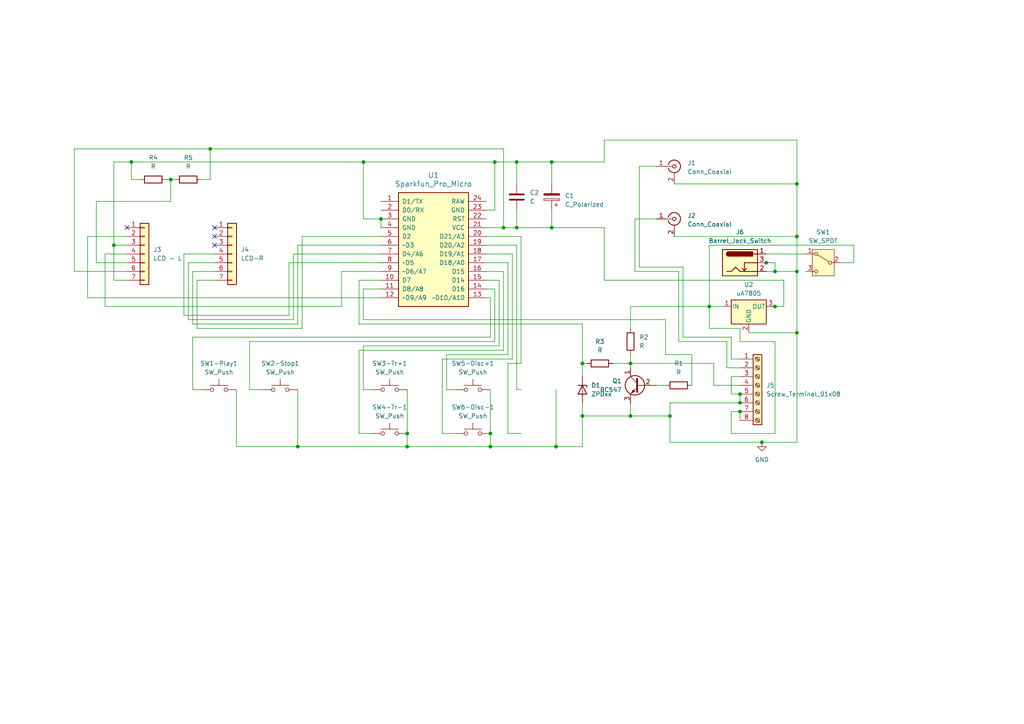
<source format=kicad_sch>
(kicad_sch (version 20231120) (generator "eeschema") (generator_version "8.0")
  (paper "A4")
  (lib_symbols
    (symbol "Arduino:Sparkfun_Pro_Micro" (pin_names (offset 1.016))
      (property "Reference" "U" (at -8.89 21.59 0))
      (property "Value" "Sparkfun_Pro_Micro" (at 0 19.05 0))
      (symbol "Sparkfun_Pro_Micro_0_1"
        (rectangle (start -10.16 17.78) (end 10.16 -15.24) (stroke (width 0.254)) (fill (type background)))
      )
      (symbol "Sparkfun_Pro_Micro_1_1"
        (pin bidirectional line (at -15.24 15.24 0) (length 5.08) (name "D1/TX") (number "1"))
        (pin bidirectional line (at -15.24 -7.62 0) (length 5.08) (name "D7") (number "10"))
        (pin bidirectional line (at -15.24 -10.16 0) (length 5.08) (name "D8/A8") (number "11"))
        (pin bidirectional line (at -15.24 -12.7 0) (length 5.08) (name "~D9/A9") (number "12"))
        (pin bidirectional line (at 15.24 -12.7 180) (length 5.08) (name "~D10/A10") (number "13"))
        (pin bidirectional line (at 15.24 -10.16 180) (length 5.08) (name "D16") (number "14"))
        (pin bidirectional line (at 15.24 -7.62 180) (length 5.08) (name "D14") (number "15"))
        (pin bidirectional line (at 15.24 -5.08 180) (length 5.08) (name "D15") (number "16"))
        (pin bidirectional line (at 15.24 -2.54 180) (length 5.08) (name "D18/A0") (number "17"))
        (pin bidirectional line (at 15.24 0 180) (length 5.08) (name "D19/A1") (number "18"))
        (pin bidirectional line (at 15.24 2.54 180) (length 5.08) (name "D20/A2") (number "19"))
        (pin bidirectional line (at -15.24 12.7 0) (length 5.08) (name "D0/RX") (number "2"))
        (pin bidirectional line (at 15.24 5.08 180) (length 5.08) (name "D21/A3") (number "20"))
        (pin power_in line (at 15.24 7.62 180) (length 5.08) (name "VCC") (number "21"))
        (pin input line (at 15.24 10.16 180) (length 5.08) (name "RST") (number "22"))
        (pin power_in line (at 15.24 12.7 180) (length 5.08) (name "GND") (number "23"))
        (pin power_in line (at 15.24 15.24 180) (length 5.08) (name "RAW") (number "24"))
        (pin power_in line (at -15.24 10.16 0) (length 5.08) (name "GND") (number "3"))
        (pin power_in line (at -15.24 7.62 0) (length 5.08) (name "GND") (number "4"))
        (pin bidirectional line (at -15.24 5.08 0) (length 5.08) (name "D2") (number "5"))
        (pin bidirectional line (at -15.24 2.54 0) (length 5.08) (name "~D3") (number "6"))
        (pin bidirectional line (at -15.24 0 0) (length 5.08) (name "D4/A6") (number "7"))
        (pin bidirectional line (at -15.24 -2.54 0) (length 5.08) (name "~D5") (number "8"))
        (pin bidirectional line (at -15.24 -5.08 0) (length 5.08) (name "~D6/A7") (number "9"))
      )
    )
    (symbol "Connector:Barrel_Jack_Switch" (pin_names hide)
      (property "Reference" "J" (at 0 5.334 0))
      (property "Value" "Barrel_Jack_Switch" (at 0 -5.08 0))
      (symbol "Barrel_Jack_Switch_0_1"
        (rectangle (start -5.08 3.81) (end 5.08 -3.81) (stroke (width 0.254)) (fill (type background)))
        (arc (start -3.302 3.175) (mid -3.9343 2.54) (end -3.302 1.905) (stroke (width 0.254)))
        (arc (start -3.302 3.175) (mid -3.9343 2.54) (end -3.302 1.905) (stroke (width 0.254)) (fill (type outline)))
        (polyline (pts (xy 1.27 -2.286) (xy 1.905 -1.651)) (stroke (width 0.254)))
        (polyline (pts (xy 5.08 2.54) (xy 3.81 2.54)) (stroke (width 0.254)))
        (polyline (pts (xy 5.08 0) (xy 1.27 0) (xy 1.27 -2.286) (xy 0.635 -1.651)) (stroke (width 0.254)))
        (polyline (pts (xy -3.81 -2.54) (xy -2.54 -2.54) (xy -1.27 -1.27) (xy 0 -2.54) (xy 2.54 -2.54) (xy 5.08 -2.54)) (stroke (width 0.254)))
        (rectangle (start 3.683 3.175) (end -3.302 1.905) (stroke (width 0.254)) (fill (type outline)))
      )
      (symbol "Barrel_Jack_Switch_1_1"
        (pin passive line (at 7.62 2.54 180) (length 2.54) (name "~") (number "1"))
        (pin passive line (at 7.62 -2.54 180) (length 2.54) (name "~") (number "2"))
        (pin passive line (at 7.62 0 180) (length 2.54) (name "~") (number "3"))
      )
    )
    (symbol "Connector:Conn_Coaxial" (pin_names (offset 1.016) hide)
      (property "Reference" "J" (at 0.254 3.048 0))
      (property "Value" "Conn_Coaxial" (at 2.921 0 90))
      (symbol "Conn_Coaxial_0_1"
        (arc (start -1.778 -0.508) (mid 0.2311 -1.8066) (end 1.778 0) (stroke (width 0.254)))
        (polyline (pts (xy -2.54 0) (xy -0.508 0)))
        (polyline (pts (xy 0 -2.54) (xy 0 -1.778)))
        (circle (center 0 0) (radius 0.508) (stroke (width 0.2032)))
        (arc (start 1.778 0) (mid 0.2099 1.8101) (end -1.778 0.508) (stroke (width 0.254)))
      )
      (symbol "Conn_Coaxial_1_1"
        (pin passive line (at -5.08 0 0) (length 2.54) (name "In") (number "1"))
        (pin passive line (at 0 -5.08 90) (length 2.54) (name "Ext") (number "2"))
      )
    )
    (symbol "Connector:Screw_Terminal_01x08" (pin_names (offset 1.016) hide)
      (property "Reference" "J" (at 0 10.16 0))
      (property "Value" "Screw_Terminal_01x08" (at 0 -12.7 0))
      (symbol "Screw_Terminal_01x08_1_1"
        (rectangle (start -1.27 8.89) (end 1.27 -11.43) (stroke (width 0.254)) (fill (type background)))
        (circle (center 0 -10.16) (radius 0.635) (stroke (width 0.1524)))
        (circle (center 0 -7.62) (radius 0.635) (stroke (width 0.1524)))
        (circle (center 0 -5.08) (radius 0.635) (stroke (width 0.1524)))
        (circle (center 0 -2.54) (radius 0.635) (stroke (width 0.1524)))
        (polyline (pts (xy -0.5334 -9.8298) (xy 0.3302 -10.668)) (stroke (width 0.1524)))
        (polyline (pts (xy -0.5334 -7.2898) (xy 0.3302 -8.128)) (stroke (width 0.1524)))
        (polyline (pts (xy -0.5334 -4.7498) (xy 0.3302 -5.588)) (stroke (width 0.1524)))
        (polyline (pts (xy -0.5334 -2.2098) (xy 0.3302 -3.048)) (stroke (width 0.1524)))
        (polyline (pts (xy -0.5334 0.3302) (xy 0.3302 -0.508)) (stroke (width 0.1524)))
        (polyline (pts (xy -0.5334 2.8702) (xy 0.3302 2.032)) (stroke (width 0.1524)))
        (polyline (pts (xy -0.5334 5.4102) (xy 0.3302 4.572)) (stroke (width 0.1524)))
        (polyline (pts (xy -0.5334 7.9502) (xy 0.3302 7.112)) (stroke (width 0.1524)))
        (polyline (pts (xy -0.3556 -9.652) (xy 0.508 -10.4902)) (stroke (width 0.1524)))
        (polyline (pts (xy -0.3556 -7.112) (xy 0.508 -7.9502)) (stroke (width 0.1524)))
        (polyline (pts (xy -0.3556 -4.572) (xy 0.508 -5.4102)) (stroke (width 0.1524)))
        (polyline (pts (xy -0.3556 -2.032) (xy 0.508 -2.8702)) (stroke (width 0.1524)))
        (polyline (pts (xy -0.3556 0.508) (xy 0.508 -0.3302)) (stroke (width 0.1524)))
        (polyline (pts (xy -0.3556 3.048) (xy 0.508 2.2098)) (stroke (width 0.1524)))
        (polyline (pts (xy -0.3556 5.588) (xy 0.508 4.7498)) (stroke (width 0.1524)))
        (polyline (pts (xy -0.3556 8.128) (xy 0.508 7.2898)) (stroke (width 0.1524)))
        (circle (center 0 0) (radius 0.635) (stroke (width 0.1524)))
        (circle (center 0 2.54) (radius 0.635) (stroke (width 0.1524)))
        (circle (center 0 5.08) (radius 0.635) (stroke (width 0.1524)))
        (circle (center 0 7.62) (radius 0.635) (stroke (width 0.1524)))
        (pin passive line (at -5.08 7.62 0) (length 3.81) (name "Pin_1") (number "1"))
        (pin passive line (at -5.08 5.08 0) (length 3.81) (name "Pin_2") (number "2"))
        (pin passive line (at -5.08 2.54 0) (length 3.81) (name "Pin_3") (number "3"))
        (pin passive line (at -5.08 0 0) (length 3.81) (name "Pin_4") (number "4"))
        (pin passive line (at -5.08 -2.54 0) (length 3.81) (name "Pin_5") (number "5"))
        (pin passive line (at -5.08 -5.08 0) (length 3.81) (name "Pin_6") (number "6"))
        (pin passive line (at -5.08 -7.62 0) (length 3.81) (name "Pin_7") (number "7"))
        (pin passive line (at -5.08 -10.16 0) (length 3.81) (name "Pin_8") (number "8"))
      )
    )
    (symbol "Connector_Generic:Conn_01x07" (pin_names (offset 1.016) hide)
      (property "Reference" "J" (at 0 10.16 0))
      (property "Value" "Conn_01x07" (at 0 -10.16 0))
      (symbol "Conn_01x07_1_1"
        (rectangle (start -1.27 -7.493) (end 0 -7.747) (stroke (width 0.1524)))
        (rectangle (start -1.27 -4.953) (end 0 -5.207) (stroke (width 0.1524)))
        (rectangle (start -1.27 -2.413) (end 0 -2.667) (stroke (width 0.1524)))
        (rectangle (start -1.27 0.127) (end 0 -0.127) (stroke (width 0.1524)))
        (rectangle (start -1.27 2.667) (end 0 2.413) (stroke (width 0.1524)))
        (rectangle (start -1.27 5.207) (end 0 4.953) (stroke (width 0.1524)))
        (rectangle (start -1.27 7.747) (end 0 7.493) (stroke (width 0.1524)))
        (rectangle (start -1.27 8.89) (end 1.27 -8.89) (stroke (width 0.254)) (fill (type background)))
        (pin passive line (at -5.08 7.62 0) (length 3.81) (name "Pin_1") (number "1"))
        (pin passive line (at -5.08 5.08 0) (length 3.81) (name "Pin_2") (number "2"))
        (pin passive line (at -5.08 2.54 0) (length 3.81) (name "Pin_3") (number "3"))
        (pin passive line (at -5.08 0 0) (length 3.81) (name "Pin_4") (number "4"))
        (pin passive line (at -5.08 -2.54 0) (length 3.81) (name "Pin_5") (number "5"))
        (pin passive line (at -5.08 -5.08 0) (length 3.81) (name "Pin_6") (number "6"))
        (pin passive line (at -5.08 -7.62 0) (length 3.81) (name "Pin_7") (number "7"))
      )
    )
    (symbol "Device:C" (pin_numbers hide) (pin_names (offset 0.254))
      (property "Reference" "C" (at 0.635 2.54 0))
      (property "Value" "C" (at 0.635 -2.54 0))
      (symbol "C_0_1"
        (polyline (pts (xy -2.032 -0.762) (xy 2.032 -0.762)) (stroke (width 0.508)))
        (polyline (pts (xy -2.032 0.762) (xy 2.032 0.762)) (stroke (width 0.508)))
      )
      (symbol "C_1_1"
        (pin passive line (at 0 3.81 270) (length 2.794) (name "~") (number "1"))
        (pin passive line (at 0 -3.81 90) (length 2.794) (name "~") (number "2"))
      )
    )
    (symbol "Device:C_Polarized" (pin_numbers hide) (pin_names (offset 0.254))
      (property "Reference" "C" (at 0.635 2.54 0))
      (property "Value" "C_Polarized" (at 0.635 -2.54 0))
      (symbol "C_Polarized_0_1"
        (rectangle (start -2.286 0.508) (end 2.286 1.016))
        (polyline (pts (xy -1.778 2.286) (xy -0.762 2.286)))
        (polyline (pts (xy -1.27 2.794) (xy -1.27 1.778)))
        (rectangle (start 2.286 -0.508) (end -2.286 -1.016) (fill (type outline)))
      )
      (symbol "C_Polarized_1_1"
        (pin passive line (at 0 3.81 270) (length 2.794) (name "~") (number "1"))
        (pin passive line (at 0 -3.81 90) (length 2.794) (name "~") (number "2"))
      )
    )
    (symbol "Device:R" (pin_numbers hide) (pin_names (offset 0))
      (property "Reference" "R" (at 2.032 0 90))
      (property "Value" "R" (at 0 0 90))
      (symbol "R_0_1"
        (rectangle (start -1.016 -2.54) (end 1.016 2.54) (stroke (width 0.254)))
      )
      (symbol "R_1_1"
        (pin passive line (at 0 3.81 270) (length 1.27) (name "~") (number "1"))
        (pin passive line (at 0 -3.81 90) (length 1.27) (name "~") (number "2"))
      )
    )
    (symbol "Diode:ZPDxx" (pin_numbers hide) (pin_names hide)
      (property "Reference" "D" (at 0 2.54 0))
      (property "Value" "ZPDxx" (at 0 -2.54 0))
      (symbol "ZPDxx_0_1"
        (polyline (pts (xy 1.27 0) (xy -1.27 0)))
        (polyline (pts (xy -1.27 -1.27) (xy -1.27 1.27) (xy -0.762 1.27)) (stroke (width 0.254)))
        (polyline (pts (xy 1.27 -1.27) (xy 1.27 1.27) (xy -1.27 0) (xy 1.27 -1.27)) (stroke (width 0.254)))
      )
      (symbol "ZPDxx_1_1"
        (pin passive line (at -3.81 0 0) (length 2.54) (name "K") (number "1"))
        (pin passive line (at 3.81 0 180) (length 2.54) (name "A") (number "2"))
      )
    )
    (symbol "Regulator_Linear:uA7805" (pin_names (offset 0.254))
      (property "Reference" "U" (at -3.81 3.175 0))
      (property "Value" "uA7805" (at 0 3.175 0))
      (symbol "uA7805_0_1"
        (rectangle (start -5.08 1.905) (end 5.08 -5.08) (stroke (width 0.254)) (fill (type background)))
      )
      (symbol "uA7805_1_1"
        (pin power_in line (at -7.62 0 0) (length 2.54) (name "IN") (number "1"))
        (pin power_in line (at 0 -7.62 90) (length 2.54) (name "GND") (number "2"))
        (pin power_out line (at 7.62 0 180) (length 2.54) (name "OUT") (number "3"))
      )
    )
    (symbol "Switch:SW_Push" (pin_numbers hide) (pin_names (offset 1.016) hide)
      (property "Reference" "SW" (at 1.27 2.54 0))
      (property "Value" "SW_Push" (at 0 -1.524 0))
      (symbol "SW_Push_0_1"
        (circle (center -2.032 0) (radius 0.508))
        (polyline (pts (xy 0 1.27) (xy 0 3.048)))
        (polyline (pts (xy 2.54 1.27) (xy -2.54 1.27)))
        (circle (center 2.032 0) (radius 0.508))
        (pin passive line (at -5.08 0 0) (length 2.54) (name "1") (number "1"))
        (pin passive line (at 5.08 0 180) (length 2.54) (name "2") (number "2"))
      )
    )
    (symbol "Switch:SW_SPDT" (pin_names (offset 0) hide)
      (property "Reference" "SW" (at 0 5.08 0))
      (property "Value" "SW_SPDT" (at 0 -5.08 0))
      (symbol "SW_SPDT_0_1"
        (circle (center -2.032 0) (radius 0.4572))
        (polyline (pts (xy -1.651 0.254) (xy 1.651 2.286)))
        (circle (center 2.032 -2.54) (radius 0.4572))
        (circle (center 2.032 2.54) (radius 0.4572))
      )
      (symbol "SW_SPDT_1_1"
        (rectangle (start -3.175 3.81) (end 3.175 -3.81) (fill (type background)))
        (pin passive line (at 5.08 2.54 180) (length 2.54) (name "A") (number "1"))
        (pin passive line (at -5.08 0 0) (length 2.54) (name "B") (number "2"))
        (pin passive line (at 5.08 -2.54 180) (length 2.54) (name "C") (number "3"))
      )
    )
    (symbol "Transistor_BJT:BC547" (pin_names (offset 0) hide)
      (property "Reference" "Q" (at 5.08 1.905 0))
      (property "Value" "BC547" (at 5.08 0 0))
      (symbol "BC547_0_1"
        (polyline (pts (xy 0 0) (xy 0.635 0)))
        (polyline (pts (xy 0.635 0.635) (xy 2.54 2.54)))
        (polyline (pts (xy 0.635 -0.635) (xy 2.54 -2.54) (xy 2.54 -2.54)))
        (polyline (pts (xy 0.635 1.905) (xy 0.635 -1.905) (xy 0.635 -1.905)) (stroke (width 0.508)))
        (polyline (pts (xy 1.27 -1.778) (xy 1.778 -1.27) (xy 2.286 -2.286) (xy 1.27 -1.778) (xy 1.27 -1.778)) (fill (type outline)))
        (circle (center 1.27 0) (radius 2.8194) (stroke (width 0.254)))
      )
      (symbol "BC547_1_1"
        (pin passive line (at 2.54 5.08 270) (length 2.54) (name "C") (number "1"))
        (pin input line (at -5.08 0 0) (length 5.08) (name "B") (number "2"))
        (pin passive line (at 2.54 -5.08 90) (length 2.54) (name "E") (number "3"))
      )
    )
    (symbol "power:GND" (power) (pin_numbers hide) (pin_names (offset 0) hide)
      (property "Value" "GND" (at 0 -3.81 0))
      (symbol "GND_0_1"
        (polyline (pts (xy 0 0) (xy 0 -1.27) (xy 1.27 -1.27) (xy 0 -2.54) (xy -1.27 -1.27) (xy 0 -1.27)))
      )
      (symbol "GND_1_1"
        (pin power_in line (at 0 0 270) (length 0) (name "~") (number "1"))
      )
    )
  )
  (junction (at 149.86 46.99))
  (junction (at 105.41 46.99))
  (junction (at 118.11 125.73))
  (junction (at 205.74 88.9))
  (junction (at 182.88 105.41))
  (junction (at 231.14 96.52))
  (junction (at 149.86 66.04))
  (junction (at 231.14 53.34))
  (junction (at 142.24 125.73))
  (junction (at 49.53 52.07))
  (junction (at 86.36 129.54))
  (junction (at 214.63 119.38))
  (junction (at 160.02 66.04))
  (junction (at 224.79 88.9))
  (junction (at 38.1 46.99))
  (junction (at 60.96 43.18))
  (junction (at 161.29 129.54))
  (junction (at 214.63 116.84))
  (junction (at 194.31 120.65))
  (junction (at 224.79 78.74))
  (junction (at 110.49 63.5))
  (junction (at 214.63 114.3))
  (junction (at 160.02 46.99))
  (junction (at 220.98 128.27))
  (junction (at 222.25 76.2))
  (junction (at 146.05 66.04))
  (junction (at 231.14 68.58))
  (junction (at 231.14 78.74))
  (junction (at 143.51 46.99))
  (junction (at 142.24 129.54))
  (junction (at 168.91 120.65))
  (junction (at 182.88 120.65))
  (junction (at 33.02 71.12))
  (junction (at 168.91 105.41))
  (junction (at 118.11 129.54))
  (no_connect (at 62.23 66.04))
  (no_connect (at 36.83 66.04))
  (no_connect (at 62.23 71.12))
  (no_connect (at 62.23 68.58))
  (wire (pts (xy 33.02 71.12) (xy 36.83 71.12)))
  (wire (pts (xy 222.25 76.2) (xy 224.79 76.2)))
  (wire (pts (xy 86.36 113.03) (xy 86.36 129.54)))
  (wire (pts (xy 148.59 73.66) (xy 140.97 73.66)))
  (wire (pts (xy 182.88 105.41) (xy 207.01 105.41)))
  (wire (pts (xy 128.27 104.14) (xy 148.59 104.14)))
  (wire (pts (xy 118.11 113.03) (xy 118.11 125.73)))
  (wire (pts (xy 194.31 116.84) (xy 194.31 120.65)))
  (wire (pts (xy 243.84 76.2) (xy 247.65 76.2)))
  (wire (pts (xy 85.09 73.66) (xy 110.49 73.66)))
  (wire (pts (xy 33.02 71.12) (xy 33.02 81.28)))
  (wire (pts (xy 170.18 105.41) (xy 168.91 105.41)))
  (wire (pts (xy 60.96 43.18) (xy 60.96 52.07)))
  (wire (pts (xy 223.52 88.9) (xy 224.79 88.9)))
  (wire (pts (xy 33.02 46.99) (xy 33.02 71.12)))
  (wire (pts (xy 129.54 113.03) (xy 129.54 102.87)))
  (wire (pts (xy 140.97 86.36) (xy 142.24 86.36)))
  (wire (pts (xy 99.06 88.9) (xy 99.06 78.74)))
  (wire (pts (xy 132.08 113.03) (xy 129.54 113.03)))
  (wire (pts (xy 55.88 93.98) (xy 55.88 78.74)))
  (wire (pts (xy 128.27 125.73) (xy 128.27 104.14)))
  (wire (pts (xy 168.91 120.65) (xy 168.91 116.84)))
  (wire (pts (xy 105.41 46.99) (xy 143.51 46.99)))
  (wire (pts (xy 185.42 77.47) (xy 185.42 48.26)))
  (wire (pts (xy 149.86 60.96) (xy 149.86 66.04)))
  (wire (pts (xy 110.49 63.5) (xy 110.49 66.04)))
  (wire (pts (xy 55.88 113.03) (xy 58.42 113.03)))
  (wire (pts (xy 27.94 76.2) (xy 36.83 76.2)))
  (wire (pts (xy 25.4 68.58) (xy 25.4 86.36)))
  (wire (pts (xy 38.1 46.99) (xy 38.1 52.07)))
  (wire (pts (xy 160.02 46.99) (xy 160.02 53.34)))
  (wire (pts (xy 53.34 91.44) (xy 53.34 73.66)))
  (wire (pts (xy 27.94 58.42) (xy 27.94 76.2)))
  (wire (pts (xy 110.49 63.5) (xy 105.41 63.5)))
  (wire (pts (xy 210.82 106.68) (xy 214.63 106.68)))
  (wire (pts (xy 105.41 83.82) (xy 105.41 92.71)))
  (wire (pts (xy 105.41 92.71) (xy 193.04 92.71)))
  (wire (pts (xy 222.25 78.74) (xy 224.79 78.74)))
  (wire (pts (xy 193.04 92.71) (xy 193.04 102.87)))
  (wire (pts (xy 68.58 113.03) (xy 68.58 129.54)))
  (wire (pts (xy 182.88 120.65) (xy 168.91 120.65)))
  (wire (pts (xy 231.14 53.34) (xy 231.14 68.58)))
  (wire (pts (xy 54.61 76.2) (xy 62.23 76.2)))
  (wire (pts (xy 168.91 105.41) (xy 168.91 109.22)))
  (wire (pts (xy 48.26 52.07) (xy 49.53 52.07)))
  (wire (pts (xy 36.83 78.74) (xy 21.59 78.74)))
  (wire (pts (xy 207.01 111.76) (xy 214.63 111.76)))
  (wire (pts (xy 147.32 76.2) (xy 140.97 76.2)))
  (wire (pts (xy 143.51 46.99) (xy 149.86 46.99)))
  (wire (pts (xy 214.63 99.06) (xy 214.63 95.25)))
  (wire (pts (xy 175.26 40.64) (xy 231.14 40.64)))
  (wire (pts (xy 212.09 114.3) (xy 212.09 109.22)))
  (wire (pts (xy 214.63 119.38) (xy 214.63 121.92)))
  (wire (pts (xy 205.74 88.9) (xy 182.88 88.9)))
  (wire (pts (xy 205.74 88.9) (xy 209.55 88.9)))
  (wire (pts (xy 212.09 104.14) (xy 212.09 97.79)))
  (wire (pts (xy 212.09 97.79) (xy 198.12 97.79)))
  (wire (pts (xy 149.86 66.04) (xy 146.05 66.04)))
  (wire (pts (xy 118.11 125.73) (xy 118.11 129.54)))
  (wire (pts (xy 68.58 129.54) (xy 86.36 129.54)))
  (wire (pts (xy 149.86 46.99) (xy 160.02 46.99)))
  (wire (pts (xy 105.41 100.33) (xy 144.78 100.33)))
  (wire (pts (xy 105.41 46.99) (xy 38.1 46.99)))
  (wire (pts (xy 142.24 113.03) (xy 142.24 125.73)))
  (wire (pts (xy 149.86 66.04) (xy 160.02 66.04)))
  (wire (pts (xy 151.13 68.58) (xy 140.97 68.58)))
  (wire (pts (xy 224.79 99.06) (xy 214.63 99.06)))
  (wire (pts (xy 151.13 105.41) (xy 151.13 68.58)))
  (wire (pts (xy 168.91 93.98) (xy 168.91 105.41)))
  (wire (pts (xy 110.49 86.36) (xy 25.4 86.36)))
  (wire (pts (xy 86.36 71.12) (xy 110.49 71.12)))
  (wire (pts (xy 151.13 113.03) (xy 149.86 113.03)))
  (wire (pts (xy 86.36 93.98) (xy 55.88 93.98)))
  (wire (pts (xy 212.09 109.22) (xy 214.63 109.22)))
  (wire (pts (xy 194.31 120.65) (xy 182.88 120.65)))
  (wire (pts (xy 49.53 52.07) (xy 49.53 58.42)))
  (wire (pts (xy 207.01 105.41) (xy 207.01 111.76)))
  (wire (pts (xy 129.54 102.87) (xy 147.32 102.87)))
  (wire (pts (xy 57.15 81.28) (xy 62.23 81.28)))
  (wire (pts (xy 214.63 114.3) (xy 212.09 114.3)))
  (wire (pts (xy 107.95 125.73) (xy 104.14 125.73)))
  (wire (pts (xy 87.63 68.58) (xy 110.49 68.58)))
  (wire (pts (xy 143.51 46.99) (xy 143.51 60.96)))
  (wire (pts (xy 85.09 92.71) (xy 54.61 92.71)))
  (wire (pts (xy 194.31 120.65) (xy 194.31 128.27)))
  (wire (pts (xy 147.32 125.73) (xy 147.32 105.41)))
  (wire (pts (xy 83.82 91.44) (xy 53.34 91.44)))
  (wire (pts (xy 193.04 102.87) (xy 200.66 102.87)))
  (wire (pts (xy 53.34 73.66) (xy 62.23 73.66)))
  (wire (pts (xy 21.59 78.74) (xy 21.59 43.18)))
  (wire (pts (xy 86.36 93.98) (xy 86.36 71.12)))
  (wire (pts (xy 144.78 81.28) (xy 140.97 81.28)))
  (wire (pts (xy 107.95 113.03) (xy 105.41 113.03)))
  (wire (pts (xy 168.91 129.54) (xy 161.29 129.54)))
  (wire (pts (xy 142.24 86.36) (xy 142.24 97.79)))
  (wire (pts (xy 212.09 119.38) (xy 212.09 125.73)))
  (wire (pts (xy 175.26 46.99) (xy 175.26 40.64)))
  (wire (pts (xy 83.82 76.2) (xy 110.49 76.2)))
  (wire (pts (xy 200.66 102.87) (xy 200.66 111.76)))
  (wire (pts (xy 190.5 111.76) (xy 193.04 111.76)))
  (wire (pts (xy 105.41 113.03) (xy 105.41 100.33)))
  (wire (pts (xy 104.14 125.73) (xy 104.14 101.6)))
  (wire (pts (xy 182.88 116.84) (xy 182.88 120.65)))
  (wire (pts (xy 146.05 43.18) (xy 146.05 66.04)))
  (wire (pts (xy 160.02 60.96) (xy 160.02 66.04)))
  (wire (pts (xy 231.14 78.74) (xy 231.14 96.52)))
  (wire (pts (xy 210.82 106.68) (xy 210.82 99.06)))
  (wire (pts (xy 142.24 125.73) (xy 142.24 129.54)))
  (wire (pts (xy 184.15 78.74) (xy 184.15 63.5)))
  (wire (pts (xy 195.58 53.34) (xy 231.14 53.34)))
  (wire (pts (xy 143.51 60.96) (xy 140.97 60.96)))
  (wire (pts (xy 161.29 113.03) (xy 161.29 129.54)))
  (wire (pts (xy 161.29 129.54) (xy 142.24 129.54)))
  (wire (pts (xy 38.1 46.99) (xy 33.02 46.99)))
  (wire (pts (xy 195.58 68.58) (xy 231.14 68.58)))
  (wire (pts (xy 149.86 113.03) (xy 149.86 71.12)))
  (wire (pts (xy 214.63 114.3) (xy 214.63 116.84)))
  (wire (pts (xy 231.14 96.52) (xy 231.14 128.27)))
  (wire (pts (xy 55.88 97.79) (xy 55.88 113.03)))
  (wire (pts (xy 220.98 76.2) (xy 222.25 76.2)))
  (wire (pts (xy 118.11 129.54) (xy 142.24 129.54)))
  (wire (pts (xy 76.2 113.03) (xy 72.39 113.03)))
  (wire (pts (xy 149.86 71.12) (xy 140.97 71.12)))
  (wire (pts (xy 104.14 93.98) (xy 168.91 93.98)))
  (wire (pts (xy 175.26 66.04) (xy 160.02 66.04)))
  (wire (pts (xy 57.15 95.25) (xy 57.15 81.28)))
  (wire (pts (xy 54.61 92.71) (xy 54.61 76.2)))
  (wire (pts (xy 231.14 68.58) (xy 231.14 78.74)))
  (wire (pts (xy 72.39 113.03) (xy 72.39 99.06)))
  (wire (pts (xy 196.85 99.06) (xy 196.85 78.74)))
  (wire (pts (xy 21.59 43.18) (xy 60.96 43.18)))
  (wire (pts (xy 99.06 78.74) (xy 110.49 78.74)))
  (wire (pts (xy 212.09 119.38) (xy 214.63 119.38)))
  (wire (pts (xy 224.79 88.9) (xy 227.33 88.9)))
  (wire (pts (xy 33.02 81.28) (xy 36.83 81.28)))
  (wire (pts (xy 231.14 40.64) (xy 231.14 53.34)))
  (wire (pts (xy 217.17 96.52) (xy 231.14 96.52)))
  (wire (pts (xy 210.82 99.06) (xy 196.85 99.06)))
  (wire (pts (xy 247.65 71.12) (xy 247.65 76.2)))
  (wire (pts (xy 87.63 95.25) (xy 87.63 68.58)))
  (wire (pts (xy 104.14 81.28) (xy 104.14 93.98)))
  (wire (pts (xy 110.49 83.82) (xy 105.41 83.82)))
  (wire (pts (xy 177.8 105.41) (xy 182.88 105.41)))
  (wire (pts (xy 143.51 83.82) (xy 140.97 83.82)))
  (wire (pts (xy 30.48 73.66) (xy 30.48 88.9)))
  (wire (pts (xy 105.41 63.5) (xy 105.41 46.99)))
  (wire (pts (xy 85.09 92.71) (xy 85.09 73.66)))
  (wire (pts (xy 104.14 101.6) (xy 146.05 101.6)))
  (wire (pts (xy 194.31 128.27) (xy 220.98 128.27)))
  (wire (pts (xy 231.14 128.27) (xy 220.98 128.27)))
  (wire (pts (xy 212.09 104.14) (xy 214.63 104.14)))
  (wire (pts (xy 60.96 43.18) (xy 146.05 43.18)))
  (wire (pts (xy 184.15 63.5) (xy 190.5 63.5)))
  (wire (pts (xy 205.74 71.12) (xy 205.74 88.9)))
  (wire (pts (xy 147.32 102.87) (xy 147.32 76.2)))
  (wire (pts (xy 224.79 125.73) (xy 224.79 99.06)))
  (wire (pts (xy 146.05 101.6) (xy 146.05 78.74)))
  (wire (pts (xy 175.26 81.28) (xy 227.33 81.28)))
  (wire (pts (xy 30.48 88.9) (xy 99.06 88.9)))
  (wire (pts (xy 72.39 99.06) (xy 143.51 99.06)))
  (wire (pts (xy 87.63 95.25) (xy 57.15 95.25)))
  (wire (pts (xy 222.25 73.66) (xy 233.68 73.66)))
  (wire (pts (xy 140.97 78.74) (xy 146.05 78.74)))
  (wire (pts (xy 132.08 125.73) (xy 128.27 125.73)))
  (wire (pts (xy 144.78 100.33) (xy 144.78 81.28)))
  (wire (pts (xy 49.53 52.07) (xy 50.8 52.07)))
  (wire (pts (xy 205.74 71.12) (xy 247.65 71.12)))
  (wire (pts (xy 25.4 68.58) (xy 36.83 68.58)))
  (wire (pts (xy 149.86 46.99) (xy 149.86 53.34)))
  (wire (pts (xy 146.05 66.04) (xy 140.97 66.04)))
  (wire (pts (xy 227.33 88.9) (xy 227.33 81.28)))
  (wire (pts (xy 151.13 125.73) (xy 147.32 125.73)))
  (wire (pts (xy 55.88 78.74) (xy 62.23 78.74)))
  (wire (pts (xy 143.51 99.06) (xy 143.51 83.82)))
  (wire (pts (xy 212.09 125.73) (xy 224.79 125.73)))
  (wire (pts (xy 148.59 104.14) (xy 148.59 73.66)))
  (wire (pts (xy 205.74 95.25) (xy 205.74 88.9)))
  (wire (pts (xy 224.79 78.74) (xy 231.14 78.74)))
  (wire (pts (xy 142.24 97.79) (xy 55.88 97.79)))
  (wire (pts (xy 182.88 102.87) (xy 182.88 105.41)))
  (wire (pts (xy 83.82 91.44) (xy 83.82 76.2)))
  (wire (pts (xy 194.31 116.84) (xy 214.63 116.84)))
  (wire (pts (xy 198.12 77.47) (xy 185.42 77.47)))
  (wire (pts (xy 160.02 46.99) (xy 175.26 46.99)))
  (wire (pts (xy 182.88 105.41) (xy 182.88 106.68)))
  (wire (pts (xy 147.32 105.41) (xy 151.13 105.41)))
  (wire (pts (xy 214.63 95.25) (xy 205.74 95.25)))
  (wire (pts (xy 49.53 58.42) (xy 27.94 58.42)))
  (wire (pts (xy 175.26 81.28) (xy 175.26 66.04)))
  (wire (pts (xy 185.42 48.26) (xy 190.5 48.26)))
  (wire (pts (xy 198.12 97.79) (xy 198.12 77.47)))
  (wire (pts (xy 36.83 73.66) (xy 30.48 73.66)))
  (wire (pts (xy 58.42 52.07) (xy 60.96 52.07)))
  (wire (pts (xy 40.64 52.07) (xy 38.1 52.07)))
  (wire (pts (xy 196.85 78.74) (xy 184.15 78.74)))
  (wire (pts (xy 224.79 76.2) (xy 224.79 78.74)))
  (wire (pts (xy 182.88 88.9) (xy 182.88 95.25)))
  (wire (pts (xy 168.91 120.65) (xy 168.91 129.54)))
  (wire (pts (xy 86.36 129.54) (xy 118.11 129.54)))
  (wire (pts (xy 110.49 81.28) (xy 104.14 81.28)))
  (symbol (lib_id "Regulator_Linear:uA7805") (at 217.17 88.9 0) (unit 1)
    (property "Reference" "U2" (at 217.17 82.55 0))
    (property "Value" "uA7805" (at 217.17 85.09 0))
    (property "Footprint" "Package_TO_SOT_THT:TO-92L_HandSolder" (effects (hide yes)))
    (property "Datasheet" "http://www.ti.com/lit/ds/symlink/ua78.pdf" (effects (hide yes)))
    (property "Description" "Positive 1A 35V Linear Regulator, Fixed Output 5V, TO-220/TO-263" (effects (hide yes)))
  )
  (symbol (lib_id "power:GND") (at 220.98 128.27 0) (unit 1)
    (property "Reference" "#PWR01" (effects (hide yes)))
    (property "Value" "GND" (at 220.98 133.35 0))
    (property "Description" "Power symbol creates a global label with name \"GND\" , ground" (effects (hide yes)))
  )
  (symbol (lib_id "Device:C") (at 149.86 57.15 0) (unit 1)
    (property "Reference" "C2" (at 153.67 55.8799 0) (effects (justify left)))
    (property "Value" "C" (at 153.67 58.4199 0) (effects (justify left)))
    (property "Footprint" "Capacitor_THT:C_Disc_D7.5mm_W5.0mm_P5.00mm" (effects (hide yes)))
    (property "Description" "Unpolarized capacitor" (effects (hide yes)))
  )
  (symbol (lib_id "Connector:Conn_Coaxial") (at 195.58 48.26 0) (unit 1)
    (property "Reference" "J1" (at 199.39 47.2831 0) (effects (justify left)))
    (property "Value" "Conn_Coaxial" (at 199.39 49.8231 0) (effects (justify left)))
    (property "Footprint" "footprints:Cinch-Buchse" (effects (hide yes)))
    (property "Description" "coaxial connector (BNC, SMA, SMB, SMC, Cinch/RCA, LEMO, ...)" (effects (hide yes)))
  )
  (symbol (lib_id "Switch:SW_Push") (at 137.16 125.73 0) (unit 1)
    (property "Reference" "SW6-Disc-1" (at 137.16 118.11 0))
    (property "Value" "SW_Push" (at 137.16 120.65 0))
    (property "Footprint" "Button_Switch_THT:SW_PUSH_6mm_H8mm" (effects (hide yes)))
    (property "Description" "Push button switch, generic, two pins" (effects (hide yes)))
  )
  (symbol (lib_id "Transistor_BJT:BC547") (at 185.42 111.76 0) (mirror y) (unit 1)
    (property "Reference" "Q1" (at 180.34 110.4899 0) (effects (justify left)))
    (property "Value" "BC547" (at 180.34 113.0299 0) (effects (justify left)))
    (property "Footprint" "Package_TO_SOT_THT:TO-92_Inline" (effects (hide yes)))
    (property "Datasheet" "https://www.onsemi.com/pub/Collateral/BC550-D.pdf" (effects (hide yes)))
    (property "Description" "0.1A Ic, 45V Vce, Small Signal NPN Transistor, TO-92" (effects (hide yes)))
  )
  (symbol (lib_id "Switch:SW_Push") (at 63.5 113.03 0) (unit 1)
    (property "Reference" "SW1-Play1" (at 63.5 105.41 0))
    (property "Value" "SW_Push" (at 63.5 107.95 0))
    (property "Footprint" "Button_Switch_THT:SW_PUSH_6mm_H8mm" (effects (hide yes)))
    (property "Description" "Push button switch, generic, two pins" (effects (hide yes)))
  )
  (symbol (lib_id "Switch:SW_SPDT") (at 238.76 76.2 0) (mirror y) (unit 1)
    (property "Reference" "SW1" (at 238.76 67.31 0))
    (property "Value" "SW_SPDT" (at 238.76 69.85 0))
    (property "Footprint" "footprints:SW_Slide_3pin" (effects (hide yes)))
    (property "Description" "Switch, single pole double throw" (effects (hide yes)))
  )
  (symbol (lib_id "Device:R") (at 196.85 111.76 270) (unit 1)
    (property "Reference" "R1" (at 196.85 105.41 90))
    (property "Value" "R" (at 196.85 107.95 90))
    (property "Footprint" "Resistor_THT:R_Axial_DIN0204_L3.6mm_D1.6mm_P7.62mm_Horizontal" (effects (hide yes)))
    (property "Description" "Resistor" (effects (hide yes)))
  )
  (symbol (lib_id "Switch:SW_Push") (at 81.28 113.03 0) (unit 1)
    (property "Reference" "SW2-Stop1" (at 81.28 105.41 0))
    (property "Value" "SW_Push" (at 81.28 107.95 0))
    (property "Footprint" "Button_Switch_THT:SW_PUSH_6mm_H8mm" (effects (hide yes)))
    (property "Description" "Push button switch, generic, two pins" (effects (hide yes)))
  )
  (symbol (lib_id "Arduino:Sparkfun_Pro_Micro") (at 125.73 73.66 0) (unit 1)
    (property "Reference" "U1" (at 125.73 50.8 0) (effects (font (size 1.524 1.524))))
    (property "Value" "Sparkfun_Pro_Micro" (at 125.73 53.34 0) (effects (font (size 1.524 1.524))))
    (property "Footprint" "kicad arduino library:Sparkfun_Pro_Micro" (effects (hide yes)))
    (property "Datasheet" "https://www.sparkfun.com/products/12640" (effects (hide yes)))
    (property "Description" "Sparkfun Pro Micro" (effects (hide yes)))
  )
  (symbol (lib_id "Switch:SW_Push") (at 137.16 113.03 0) (unit 1)
    (property "Reference" "SW5-Disc+1" (at 137.16 105.41 0))
    (property "Value" "SW_Push" (at 137.16 107.95 0))
    (property "Footprint" "Button_Switch_THT:SW_PUSH_6mm_H8mm" (effects (hide yes)))
    (property "Description" "Push button switch, generic, two pins" (effects (hide yes)))
  )
  (symbol (lib_id "Switch:SW_Push") (at 113.03 113.03 0) (unit 1)
    (property "Reference" "SW3-Tr+1" (at 113.03 105.41 0))
    (property "Value" "SW_Push" (at 113.03 107.95 0))
    (property "Footprint" "Button_Switch_THT:SW_PUSH_6mm_H8mm" (effects (hide yes)))
    (property "Description" "Push button switch, generic, two pins" (effects (hide yes)))
  )
  (symbol (lib_id "Connector_Generic:Conn_01x07") (at 67.31 73.66 0) (unit 1)
    (property "Reference" "J4" (at 69.85 72.3899 0) (effects (justify left)))
    (property "Value" "LCD-R" (at 69.85 74.9299 0) (effects (justify left)))
    (property "Footprint" "Connector_PinHeader_2.54mm:PinHeader_1x07_P2.54mm_Vertical" (effects (hide yes)))
    (property "Description" "Generic connector, single row, 01x07, script generated (kicad-library-utils/schlib/autogen/connector/)" (effects (hide yes)))
  )
  (symbol (lib_id "Connector:Screw_Terminal_01x08") (at 219.71 111.76 0) (unit 1)
    (property "Reference" "J5" (at 222.25 111.7599 0) (effects (justify left)))
    (property "Value" "Screw_Terminal_01x08" (at 222.25 114.2999 0) (effects (justify left)))
    (property "Footprint" "TerminalBlock:TerminalBlock_bornier-8_P5.08mm" (effects (hide yes)))
    (property "Description" "Generic screw terminal, single row, 01x08, script generated (kicad-library-utils/schlib/autogen/connector/)" (effects (hide yes)))
  )
  (symbol (lib_id "Diode:ZPDxx") (at 168.91 113.03 270) (unit 1)
    (property "Reference" "D1" (at 171.45 111.7599 90) (effects (justify left)))
    (property "Value" "ZPDxx" (at 171.45 114.2999 90) (effects (justify left)))
    (property "Footprint" "Diode_THT:D_DO-35_SOD27_P10.16mm_Horizontal" (effects (hide yes)))
    (property "Datasheet" "http://diotec.com/tl_files/diotec/files/pdf/datasheets/zpd1" (effects (hide yes)))
    (property "Description" "500mW Zener Diode, DO-35" (effects (hide yes)))
  )
  (symbol (lib_id "Device:R") (at 182.88 99.06 180) (unit 1)
    (property "Reference" "R2" (at 185.42 97.7899 0) (effects (justify right)))
    (property "Value" "R" (at 185.42 100.3299 0) (effects (justify right)))
    (property "Footprint" "Resistor_THT:R_Axial_DIN0204_L3.6mm_D1.6mm_P7.62mm_Horizontal" (effects (hide yes)))
    (property "Description" "Resistor" (effects (hide yes)))
  )
  (symbol (lib_id "Switch:SW_Push") (at 113.03 125.73 0) (unit 1)
    (property "Reference" "SW4-Tr-1" (at 113.03 118.11 0))
    (property "Value" "SW_Push" (at 113.03 120.65 0))
    (property "Footprint" "Button_Switch_THT:SW_PUSH_6mm_H8mm" (effects (hide yes)))
    (property "Description" "Push button switch, generic, two pins" (effects (hide yes)))
  )
  (symbol (lib_id "Device:C_Polarized") (at 160.02 57.15 180) (unit 1)
    (property "Reference" "C1" (at 163.83 56.7689 0) (effects (justify right)))
    (property "Value" "C_Polarized" (at 163.83 59.3089 0) (effects (justify right)))
    (property "Footprint" "Capacitor_THT:C_Radial_D10.0mm_H12.5mm_P5.00mm" (effects (hide yes)))
    (property "Description" "Polarized capacitor" (effects (hide yes)))
  )
  (symbol (lib_id "Connector:Conn_Coaxial") (at 195.58 63.5 0) (unit 1)
    (property "Reference" "J2" (at 199.39 62.5231 0) (effects (justify left)))
    (property "Value" "Conn_Coaxial" (at 199.39 65.0631 0) (effects (justify left)))
    (property "Footprint" "footprints:Cinch-Buchse" (effects (hide yes)))
    (property "Description" "coaxial connector (BNC, SMA, SMB, SMC, Cinch/RCA, LEMO, ...)" (effects (hide yes)))
  )
  (symbol (lib_id "Device:R") (at 173.99 105.41 270) (unit 1)
    (property "Reference" "R3" (at 173.99 99.06 90))
    (property "Value" "R" (at 173.99 101.6 90))
    (property "Footprint" "Resistor_THT:R_Axial_DIN0204_L3.6mm_D1.6mm_P7.62mm_Horizontal" (effects (hide yes)))
    (property "Description" "Resistor" (effects (hide yes)))
  )
  (symbol (lib_id "Connector:Barrel_Jack_Switch") (at 214.63 76.2 0) (unit 1)
    (property "Reference" "J6" (at 214.63 67.31 0))
    (property "Value" "Barrel_Jack_Switch" (at 214.63 69.85 0))
    (property "Footprint" "footprints:BarrelJack_with_switch" (effects (hide yes)))
    (property "Description" "DC Barrel Jack with an internal switch" (effects (hide yes)))
  )
  (symbol (lib_id "Device:R") (at 44.45 52.07 90) (unit 1)
    (property "Reference" "R4" (at 44.45 45.72 90))
    (property "Value" "R" (at 44.45 48.26 90))
    (property "Footprint" "Resistor_THT:R_Axial_DIN0204_L3.6mm_D1.6mm_P7.62mm_Horizontal" (effects (hide yes)))
    (property "Description" "Resistor" (effects (hide yes)))
  )
  (symbol (lib_id "Device:R") (at 54.61 52.07 90) (unit 1)
    (property "Reference" "R5" (at 54.61 45.72 90))
    (property "Value" "R" (at 54.61 48.26 90))
    (property "Footprint" "Resistor_THT:R_Axial_DIN0204_L3.6mm_D1.6mm_P7.62mm_Horizontal" (effects (hide yes)))
    (property "Description" "Resistor" (effects (hide yes)))
  )
  (symbol (lib_id "Connector_Generic:Conn_01x07") (at 41.91 73.66 0) (unit 1)
    (property "Reference" "J3" (at 44.45 72.3899 0) (effects (justify left)))
    (property "Value" "LCD - L" (at 44.45 74.9299 0) (effects (justify left)))
    (property "Footprint" "Connector_PinHeader_2.54mm:PinHeader_1x07_P2.54mm_Vertical" (effects (hide yes)))
    (property "Description" "Generic connector, single row, 01x07, script generated (kicad-library-utils/schlib/autogen/connector/)" (effects (hide yes)))
  )
)
</source>
